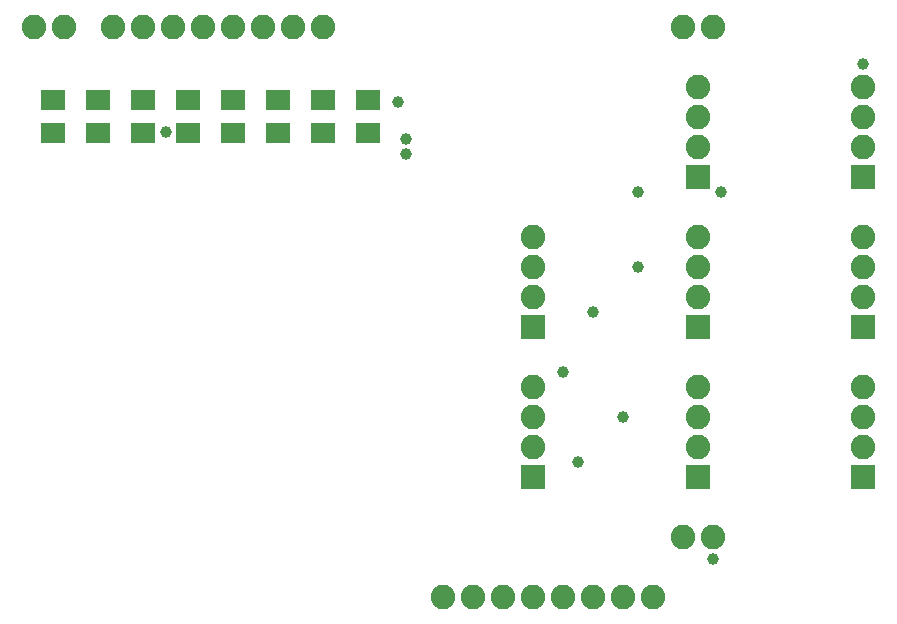
<source format=gts>
G75*
%MOIN*%
%OFA0B0*%
%FSLAX25Y25*%
%IPPOS*%
%LPD*%
%AMOC8*
5,1,8,0,0,1.08239X$1,22.5*
%
%ADD10R,0.08200X0.08200*%
%ADD11C,0.08200*%
%ADD12R,0.07887X0.07099*%
%ADD13C,0.03900*%
D10*
X0172900Y0051800D03*
X0227900Y0051800D03*
X0282900Y0051800D03*
X0282900Y0101800D03*
X0227900Y0101800D03*
X0172900Y0101800D03*
X0227900Y0151800D03*
X0282900Y0151800D03*
D11*
X0142900Y0011800D03*
X0152900Y0011800D03*
X0162900Y0011800D03*
X0172900Y0011800D03*
X0182900Y0011800D03*
X0192900Y0011800D03*
X0202900Y0011800D03*
X0212900Y0011800D03*
X0222900Y0031800D03*
X0232900Y0031800D03*
X0227900Y0061800D03*
X0227900Y0071800D03*
X0227900Y0081800D03*
X0227900Y0111800D03*
X0227900Y0121800D03*
X0227900Y0131800D03*
X0227900Y0161800D03*
X0227900Y0171800D03*
X0227900Y0181800D03*
X0222900Y0201800D03*
X0232900Y0201800D03*
X0282900Y0181800D03*
X0282900Y0171800D03*
X0282900Y0161800D03*
X0282900Y0131800D03*
X0282900Y0121800D03*
X0282900Y0111800D03*
X0282900Y0081800D03*
X0282900Y0071800D03*
X0282900Y0061800D03*
X0172900Y0061800D03*
X0172900Y0071800D03*
X0172900Y0081800D03*
X0172900Y0111800D03*
X0172900Y0121800D03*
X0172900Y0131800D03*
X0102900Y0201800D03*
X0092900Y0201800D03*
X0082900Y0201800D03*
X0072900Y0201800D03*
X0062900Y0201800D03*
X0052900Y0201800D03*
X0042900Y0201800D03*
X0032900Y0201800D03*
X0016400Y0201800D03*
X0006400Y0201800D03*
D12*
X0012900Y0177312D03*
X0027900Y0177312D03*
X0042900Y0177312D03*
X0057900Y0177312D03*
X0072900Y0177312D03*
X0087900Y0177312D03*
X0102900Y0177312D03*
X0117900Y0177312D03*
X0117900Y0166288D03*
X0102900Y0166288D03*
X0087900Y0166288D03*
X0072900Y0166288D03*
X0057900Y0166288D03*
X0042900Y0166288D03*
X0027900Y0166288D03*
X0012900Y0166288D03*
D13*
X0050400Y0166800D03*
X0127900Y0176800D03*
X0130400Y0164300D03*
X0130400Y0159300D03*
X0192900Y0106800D03*
X0207900Y0121800D03*
X0207900Y0146800D03*
X0235400Y0146800D03*
X0282900Y0189300D03*
X0182900Y0086800D03*
X0202900Y0071800D03*
X0187900Y0056800D03*
X0232900Y0024300D03*
M02*

</source>
